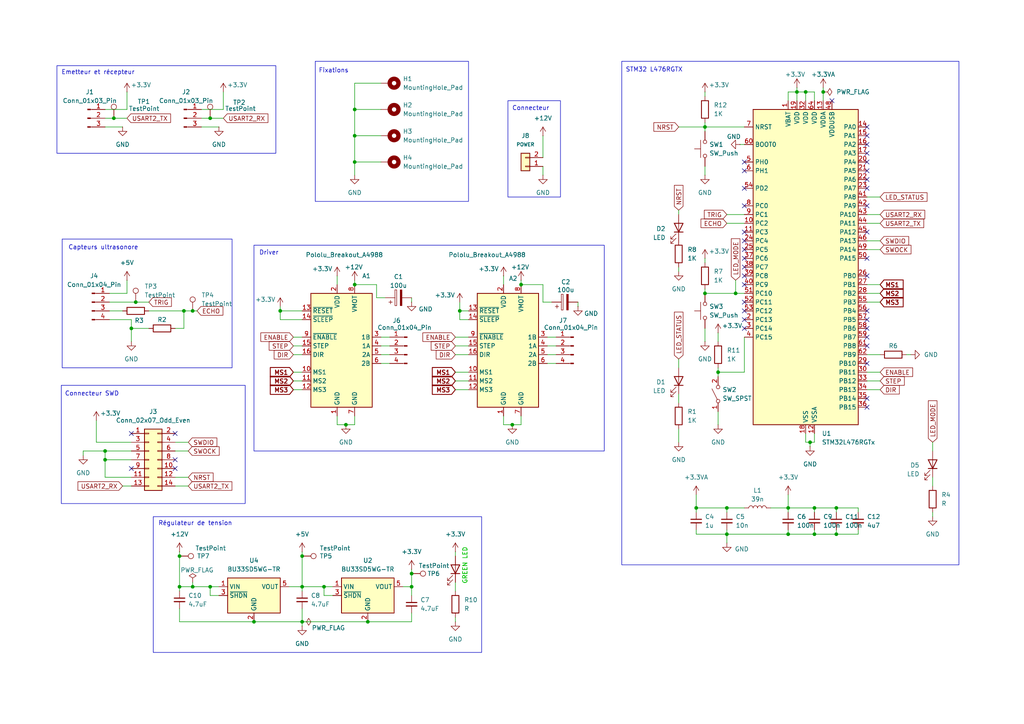
<source format=kicad_sch>
(kicad_sch (version 20250114) (generator "eeschema") (generator_version "9.0")
  (paper "A4")
  (lib_symbols
    (symbol "Connector:Conn_01x03_Pin" (pin_names (offset 1.016) (hide yes))
      (property "Reference" "J" (at 0 5.08 0))
      (property "Value" "Conn_01x03_Pin" (at 0 -5.08 0))
      (symbol "Conn_01x03_Pin_1_1"
        (pin passive line (at 5.08 2.54 180) (length 3.81) (name "Pin_1") (number "1"))
        (pin passive line (at 5.08 0 180) (length 3.81) (name "Pin_2") (number "2"))
        (pin passive line (at 5.08 -2.54 180) (length 3.81) (name "Pin_3") (number "3"))
      )
    )
    (symbol "Connector:Conn_01x04_Pin" (pin_names (offset 1.016) (hide yes))
      (property "Reference" "J" (at 0 5.08 0))
      (property "Value" "Conn_01x04_Pin" (at 0 -7.62 0))
      (symbol "Conn_01x04_Pin_1_1"
        (pin passive line (at 5.08 2.54 180) (length 3.81) (name "Pin_1") (number "1"))
        (pin passive line (at 5.08 0 180) (length 3.81) (name "Pin_2") (number "2"))
        (pin passive line (at 5.08 -2.54 180) (length 3.81) (name "Pin_3") (number "3"))
        (pin passive line (at 5.08 -5.08 180) (length 3.81) (name "Pin_4") (number "4"))
      )
    )
    (symbol "Connector:TestPoint" (pin_numbers (hide yes)) (pin_names (offset 0.762) (hide yes))
      (property "Reference" "TP" (at 0 6.858 0))
      (property "Value" "TestPoint" (at 0 5.08 0))
      (symbol "TestPoint_1_1"
        (pin passive line (at 0 0 90) (length 2.54) (name "1") (number "1"))
      )
    )
    (symbol "Connector_Generic:Conn_01x02" (pin_names (offset 1.016) (hide yes))
      (property "Reference" "J" (at 0 2.54 0))
      (property "Value" "Conn_01x02" (at 0 -5.08 0))
      (symbol "Conn_01x02_1_1"
        (pin passive line (at -5.08 0 0) (length 3.81) (name "Pin_1") (number "1"))
        (pin passive line (at -5.08 -2.54 0) (length 3.81) (name "Pin_2") (number "2"))
      )
    )
    (symbol "Connector_Generic:Conn_02x07_Odd_Even" (pin_names (offset 1.016) (hide yes))
      (property "Reference" "J" (at 1.27 10.16 0))
      (property "Value" "Conn_02x07_Odd_Even" (at 1.27 -10.16 0))
      (symbol "Conn_02x07_Odd_Even_1_1"
        (pin passive line (at -5.08 7.62 0) (length 3.81) (name "Pin_1") (number "1"))
        (pin passive line (at -5.08 5.08 0) (length 3.81) (name "Pin_3") (number "3"))
        (pin passive line (at -5.08 2.54 0) (length 3.81) (name "Pin_5") (number "5"))
        (pin passive line (at -5.08 0 0) (length 3.81) (name "Pin_7") (number "7"))
        (pin passive line (at -5.08 -2.54 0) (length 3.81) (name "Pin_9") (number "9"))
        (pin passive line (at -5.08 -5.08 0) (length 3.81) (name "Pin_11") (number "11"))
        (pin passive line (at -5.08 -7.62 0) (length 3.81) (name "Pin_13") (number "13"))
        (pin passive line (at 7.62 7.62 180) (length 3.81) (name "Pin_2") (number "2"))
        (pin passive line (at 7.62 5.08 180) (length 3.81) (name "Pin_4") (number "4"))
        (pin passive line (at 7.62 2.54 180) (length 3.81) (name "Pin_6") (number "6"))
        (pin passive line (at 7.62 0 180) (length 3.81) (name "Pin_8") (number "8"))
        (pin passive line (at 7.62 -2.54 180) (length 3.81) (name "Pin_10") (number "10"))
        (pin passive line (at 7.62 -5.08 180) (length 3.81) (name "Pin_12") (number "12"))
        (pin passive line (at 7.62 -7.62 180) (length 3.81) (name "Pin_14") (number "14"))
      )
    )
    (symbol "Device:C_Polarized" (pin_numbers (hide yes)) (pin_names (offset 0.254))
      (property "Reference" "C" (at 0.635 2.54 0))
      (property "Value" "C_Polarized" (at 0.635 -2.54 0))
      (symbol "C_Polarized_1_1"
        (pin passive line (at 0 3.81 270) (length 2.794) (name "~") (number "1"))
        (pin passive line (at 0 -3.81 90) (length 2.794) (name "~") (number "2"))
      )
    )
    (symbol "Device:C_Small" (pin_numbers (hide yes)) (pin_names (offset 0.254) (hide yes))
      (property "Reference" "C" (at 0.254 1.778 0))
      (property "Value" "C_Small" (at 0.254 -2.032 0))
      (symbol "C_Small_1_1"
        (pin passive line (at 0 2.54 270) (length 2.032) (name "~") (number "1"))
        (pin passive line (at 0 -2.54 90) (length 2.032) (name "~") (number "2"))
      )
    )
    (symbol "Device:L" (pin_numbers (hide yes)) (pin_names (offset 1.016) (hide yes))
      (property "Reference" "L" (at -1.27 0 90))
      (property "Value" "L" (at 1.905 0 90))
      (symbol "L_1_1"
        (pin passive line (at 0 3.81 270) (length 1.27) (name "1") (number "1"))
        (pin passive line (at 0 -3.81 90) (length 1.27) (name "2") (number "2"))
      )
    )
    (symbol "Device:LED" (pin_numbers (hide yes)) (pin_names (offset 1.016) (hide yes))
      (property "Reference" "D" (at 0 2.54 0))
      (property "Value" "LED" (at 0 -2.54 0))
      (symbol "LED_1_1"
        (pin passive line (at -3.81 0 0) (length 2.54) (name "K") (number "1"))
        (pin passive line (at 3.81 0 180) (length 2.54) (name "A") (number "2"))
      )
    )
    (symbol "Device:R" (pin_numbers (hide yes)) (pin_names (offset 0))
      (property "Reference" "R" (at 2.032 0 90))
      (property "Value" "R" (at 0 0 90))
      (symbol "R_1_1"
        (pin passive line (at 0 3.81 270) (length 1.27) (name "~") (number "1"))
        (pin passive line (at 0 -3.81 90) (length 1.27) (name "~") (number "2"))
      )
    )
    (symbol "Driver_Motor:Pololu_Breakout_A4988"
      (property "Reference" "A" (at -2.54 19.05 0))
      (property "Value" "Pololu_Breakout_A4988" (at -2.54 16.51 0))
      (symbol "Pololu_Breakout_A4988_1_1"
        (pin input line (at -10.16 10.16 0) (length 2.54) (name "~{RESET}") (number "13"))
        (pin input line (at -10.16 7.62 0) (length 2.54) (name "~{SLEEP}") (number "14"))
        (pin input line (at -10.16 2.54 0) (length 2.54) (name "~{ENABLE}") (number "9"))
        (pin input line (at -10.16 0 0) (length 2.54) (name "STEP") (number "15"))
        (pin input line (at -10.16 -2.54 0) (length 2.54) (name "DIR") (number "16"))
        (pin input line (at -10.16 -7.62 0) (length 2.54) (name "MS1") (number "10"))
        (pin input line (at -10.16 -10.16 0) (length 2.54) (name "MS2") (number "11"))
        (pin input line (at -10.16 -12.7 0) (length 2.54) (name "MS3") (number "12"))
        (pin power_in line (at 0 17.78 270) (length 2.54) (name "VDD") (number "2"))
        (pin power_in line (at 0 -20.32 90) (length 2.54) (name "GND") (number "1"))
        (pin power_in line (at 5.08 17.78 270) (length 2.54) (name "VMOT") (number "8"))
        (pin power_in line (at 5.08 -20.32 90) (length 2.54) (name "GND") (number "7"))
        (pin output line (at 12.7 2.54 180) (length 2.54) (name "1B") (number "3"))
        (pin output line (at 12.7 0 180) (length 2.54) (name "1A") (number "4"))
        (pin output line (at 12.7 -2.54 180) (length 2.54) (name "2A") (number "5"))
        (pin output line (at 12.7 -5.08 180) (length 2.54) (name "2B") (number "6"))
      )
    )
    (symbol "MCU_ST_STM32L4:STM32L476RGTx"
      (property "Reference" "U" (at -15.24 46.99 0))
      (property "Value" "STM32L476RGTx" (at 10.16 46.99 0))
      (symbol "STM32L476RGTx_1_1"
        (pin input line (at -17.78 40.64 0) (length 2.54) (name "NRST") (number "7"))
        (pin input line (at -17.78 35.56 0) (length 2.54) (name "BOOT0") (number "60"))
        (pin bidirectional line (at -17.78 30.48 0) (length 2.54) (name "PH0") (number "5"))
        (pin bidirectional line (at -17.78 27.94 0) (length 2.54) (name "PH1") (number "6"))
        (pin bidirectional line (at -17.78 22.86 0) (length 2.54) (name "PD2") (number "54"))
        (pin bidirectional line (at -17.78 17.78 0) (length 2.54) (name "PC0") (number "8"))
        (pin bidirectional line (at -17.78 15.24 0) (length 2.54) (name "PC1") (number "9"))
        (pin bidirectional line (at -17.78 12.7 0) (length 2.54) (name "PC2") (number "10"))
        (pin bidirectional line (at -17.78 10.16 0) (length 2.54) (name "PC3") (number "11"))
        (pin bidirectional line (at -17.78 7.62 0) (length 2.54) (name "PC4") (number "24"))
        (pin bidirectional line (at -17.78 5.08 0) (length 2.54) (name "PC5") (number "25"))
        (pin bidirectional line (at -17.78 2.54 0) (length 2.54) (name "PC6") (number "37"))
        (pin bidirectional line (at -17.78 0 0) (length 2.54) (name "PC7") (number "38"))
        (pin bidirectional line (at -17.78 -2.54 0) (length 2.54) (name "PC8") (number "39"))
        (pin bidirectional line (at -17.78 -5.08 0) (length 2.54) (name "PC9") (number "40"))
        (pin bidirectional line (at -17.78 -7.62 0) (length 2.54) (name "PC10") (number "51"))
        (pin bidirectional line (at -17.78 -10.16 0) (length 2.54) (name "PC11") (number "52"))
        (pin bidirectional line (at -17.78 -12.7 0) (length 2.54) (name "PC12") (number "53"))
        (pin bidirectional line (at -17.78 -15.24 0) (length 2.54) (name "PC13") (number "2"))
        (pin bidirectional line (at -17.78 -17.78 0) (length 2.54) (name "PC14") (number "3"))
        (pin bidirectional line (at -17.78 -20.32 0) (length 2.54) (name "PC15") (number "4"))
        (pin power_in line (at -5.08 48.26 270) (length 2.54) (name "VBAT") (number "1"))
        (pin power_in line (at -2.54 48.26 270) (length 2.54) (name "VDD") (number "19"))
        (pin power_in line (at 0 48.26 270) (length 2.54) (name "VDD") (number "32"))
        (pin power_in line (at 0 -48.26 90) (length 2.54) (name "VSS") (number "18"))
        (pin passive line (at 0 -48.26 90) (length 2.54) (hide yes) (name "VSS") (number "31"))
        (pin passive line (at 0 -48.26 90) (length 2.54) (hide yes) (name "VSS") (number "47"))
        (pin passive line (at 0 -48.26 90) (length 2.54) (hide yes) (name "VSS") (number "63"))
        (pin power_in line (at 2.54 48.26 270) (length 2.54) (name "VDD") (number "64"))
        (pin power_in line (at 2.54 -48.26 90) (length 2.54) (name "VSSA") (number "12"))
        (pin power_in line (at 5.08 48.26 270) (length 2.54) (name "VDDA") (number "13"))
        (pin power_in line (at 7.62 48.26 270) (length 2.54) (name "VDDUSB") (number "48"))
        (pin bidirectional line (at 17.78 40.64 180) (length 2.54) (name "PA0") (number "14"))
        (pin bidirectional line (at 17.78 38.1 180) (length 2.54) (name "PA1") (number "15"))
        (pin bidirectional line (at 17.78 35.56 180) (length 2.54) (name "PA2") (number "16"))
        (pin bidirectional line (at 17.78 33.02 180) (length 2.54) (name "PA3") (number "17"))
        (pin bidirectional line (at 17.78 30.48 180) (length 2.54) (name "PA4") (number "20"))
        (pin bidirectional line (at 17.78 27.94 180) (length 2.54) (name "PA5") (number "21"))
        (pin bidirectional line (at 17.78 25.4 180) (length 2.54) (name "PA6") (number "22"))
        (pin bidirectional line (at 17.78 22.86 180) (length 2.54) (name "PA7") (number "23"))
        (pin bidirectional line (at 17.78 20.32 180) (length 2.54) (name "PA8") (number "41"))
        (pin bidirectional line (at 17.78 17.78 180) (length 2.54) (name "PA9") (number "42"))
        (pin bidirectional line (at 17.78 15.24 180) (length 2.54) (name "PA10") (number "43"))
        (pin bidirectional line (at 17.78 12.7 180) (length 2.54) (name "PA11") (number "44"))
        (pin bidirectional line (at 17.78 10.16 180) (length 2.54) (name "PA12") (number "45"))
        (pin bidirectional line (at 17.78 7.62 180) (length 2.54) (name "PA13") (number "46"))
        (pin bidirectional line (at 17.78 5.08 180) (length 2.54) (name "PA14") (number "49"))
        (pin bidirectional line (at 17.78 2.54 180) (length 2.54) (name "PA15") (number "50"))
        (pin bidirectional line (at 17.78 -2.54 180) (length 2.54) (name "PB0") (number "26"))
        (pin bidirectional line (at 17.78 -5.08 180) (length 2.54) (name "PB1") (number "27"))
        (pin bidirectional line (at 17.78 -7.62 180) (length 2.54) (name "PB2") (number "28"))
        (pin bidirectional line (at 17.78 -10.16 180) (length 2.54) (name "PB3") (number "55"))
        (pin bidirectional line (at 17.78 -12.7 180) (length 2.54) (name "PB4") (number "56"))
        (pin bidirectional line (at 17.78 -15.24 180) (length 2.54) (name "PB5") (number "57"))
        (pin bidirectional line (at 17.78 -17.78 180) (length 2.54) (name "PB6") (number "58"))
        (pin bidirectional line (at 17.78 -20.32 180) (length 2.54) (name "PB7") (number "59"))
        (pin bidirectional line (at 17.78 -22.86 180) (length 2.54) (name "PB8") (number "61"))
        (pin bidirectional line (at 17.78 -25.4 180) (length 2.54) (name "PB9") (number "62"))
        (pin bidirectional line (at 17.78 -27.94 180) (length 2.54) (name "PB10") (number "29"))
        (pin bidirectional line (at 17.78 -30.48 180) (length 2.54) (name "PB11") (number "30"))
        (pin bidirectional line (at 17.78 -33.02 180) (length 2.54) (name "PB12") (number "33"))
        (pin bidirectional line (at 17.78 -35.56 180) (length 2.54) (name "PB13") (number "34"))
        (pin bidirectional line (at 17.78 -38.1 180) (length 2.54) (name "PB14") (number "35"))
        (pin bidirectional line (at 17.78 -40.64 180) (length 2.54) (name "PB15") (number "36"))
      )
    )
    (symbol "Mechanical:MountingHole_Pad" (pin_numbers (hide yes)) (pin_names (offset 1.016) (hide yes)) (in_bom no)
      (property "Reference" "H" (at 0 6.35 0))
      (property "Value" "MountingHole_Pad" (at 0 4.445 0))
      (symbol "MountingHole_Pad_1_1"
        (pin input line (at 0 -2.54 90) (length 2.54) (name "1") (number "1"))
      )
    )
    (symbol "Regulator_Linear:MCP1802x-xx02xOT"
      (property "Reference" "U" (at -6.35 6.35 0))
      (property "Value" "MCP1802x-xx02xOT" (at 0 6.35 0))
      (symbol "MCP1802x-xx02xOT_1_1"
        (pin power_in line (at -10.16 2.54 0) (length 2.54) (name "VIN") (number "1"))
        (pin input line (at -10.16 0 0) (length 2.54) (name "~{SHDN}") (number "3"))
        (pin power_in line (at 0 -7.62 90) (length 2.54) (name "GND") (number "2"))
        (pin no_connect line (at 7.62 0 180) (length 2.54) (hide yes) (name "NC") (number "4"))
        (pin power_out line (at 10.16 2.54 180) (length 2.54) (name "VOUT") (number "5"))
      )
    )
    (symbol "Switch:SW_Push" (pin_numbers (hide yes)) (pin_names (offset 1.016) (hide yes))
      (property "Reference" "SW" (at 1.27 2.54 0))
      (property "Value" "SW_Push" (at 0 -1.524 0))
      (symbol "SW_Push_0_1"
        (pin passive line (at -5.08 0 0) (length 2.54) (name "1") (number "1"))
        (pin passive line (at 5.08 0 180) (length 2.54) (name "2") (number "2"))
      )
    )
    (symbol "Switch:SW_SPST" (pin_names (offset 0) (hide yes))
      (property "Reference" "SW" (at 0 3.175 0))
      (property "Value" "SW_SPST" (at 0 -2.54 0))
      (symbol "SW_SPST_1_1"
        (pin passive line (at -5.08 0 0) (length 2.54) (name "A") (number "1"))
        (pin passive line (at 5.08 0 180) (length 2.54) (name "B") (number "2"))
      )
    )
    (symbol "power:+12V" (power) (pin_numbers (hide yes)) (pin_names (offset 0) (hide yes))
      (property "Value" "+12V" (at 0 3.556 0))
      (symbol "+12V_1_1"
        (pin power_in line (at 0 0 90) (length 0) (name "~") (number "1"))
      )
    )
    (symbol "power:+3.3V" (power) (pin_numbers (hide yes)) (pin_names (offset 0) (hide yes))
      (property "Value" "+3.3V" (at 0 3.556 0))
      (symbol "+3.3V_1_1"
        (pin power_in line (at 0 0 90) (length 0) (name "~") (number "1"))
      )
    )
    (symbol "power:+3.3VA" (power) (pin_numbers (hide yes)) (pin_names (offset 0) (hide yes))
      (property "Value" "+3.3VA" (at 0 3.556 0))
      (symbol "+3.3VA_1_1"
        (pin power_in line (at 0 0 90) (length 0) (name "~") (number "1"))
      )
    )
    (symbol "power:+5V" (power) (pin_numbers (hide yes)) (pin_names (offset 0) (hide yes))
      (property "Value" "+5V" (at 0 3.556 0))
      (symbol "+5V_1_1"
        (pin power_in line (at 0 0 90) (length 0) (name "~") (number "1"))
      )
    )
    (symbol "power:GND" (power) (pin_numbers (hide yes)) (pin_names (offset 0) (hide yes))
      (property "Value" "GND" (at 0 -3.81 0))
      (symbol "GND_1_1"
        (pin power_in line (at 0 0 270) (length 0) (name "~") (number "1"))
      )
    )
    (symbol "power:PWR_FLAG" (power) (pin_numbers (hide yes)) (pin_names (offset 0) (hide yes))
      (property "Value" "PWR_FLAG" (at 0 3.81 0))
      (symbol "PWR_FLAG_0_0"
        (pin power_out line (at 0 0 90) (length 0) (name "~") (number "1"))
      )
    )
  )
  (rectangle (start 91.44 17.78) (end 135.89 58.42))
  (rectangle (start 180.34 17.78) (end 278.13 163.83))
  (rectangle (start 17.78 111.76) (end 71.12 146.05))
  (rectangle (start 44.45 149.86) (end 139.7 189.23))
  (rectangle (start 147.32 29.21) (end 162.56 57.15))
  (rectangle (start 18.034 69.342) (end 67.31 106.68))
  (rectangle (start 16.51 19.05) (end 80.01 44.45))
  (rectangle (start 73.66 71.12) (end 175.26 130.81))
  (text "Capteurs ultrasonore" (at 29.972 71.882 0) (effects (font (size 1.27 1.27))))
  (text "STM32 L476RGTX" (at 189.738 20.32 0) (effects (font (size 1.27 1.27))))
  (text "Fixations" (at 96.774 20.574 0) (effects (font (size 1.27 1.27))))
  (text "Régulateur de tension" (at 56.642 151.892 0) (effects (font (size 1.27 1.27))))
  (text "Connecteur " (at 154.432 31.496 0) (effects (font (size 1.27 1.27))))
  (text "Connecteur SWD" (at 26.67 114.3 0) (effects (font (size 1.27 1.27))))
  (text "Driver " (at 78.486 73.406 0) (effects (font (size 1.27 1.27))))
  (text "Emetteur et récepteur" (at 28.448 21.082 0) (effects (font (size 1.27 1.27))))
  (junction (at 73.66 180.34))
  (junction (at 151.13 82.55))
  (junction (at 210.82 154.94))
  (junction (at 210.82 147.32))
  (junction (at 30.48 130.81))
  (junction (at 204.47 85.09))
  (junction (at 236.22 154.94))
  (junction (at 119.38 170.18))
  (junction (at 233.68 26.67))
  (junction (at 33.02 34.29))
  (junction (at 52.07 170.18))
  (junction (at 236.22 147.32))
  (junction (at 238.76 26.67))
  (junction (at 55.88 90.17))
  (junction (at 60.96 34.29))
  (junction (at 201.93 147.32))
  (junction (at 87.63 161.29))
  (junction (at 208.28 107.95))
  (junction (at 52.07 161.29))
  (junction (at 53.34 90.17))
  (junction (at 102.87 31.75))
  (junction (at 102.87 46.99))
  (junction (at 93.98 170.18))
  (junction (at 228.6 147.32))
  (junction (at 242.57 147.32))
  (junction (at 38.1 95.25))
  (junction (at 87.63 180.34))
  (junction (at 30.48 133.35))
  (junction (at 55.88 170.18))
  (junction (at 231.14 26.67))
  (junction (at 39.37 87.63))
  (junction (at 242.57 154.94))
  (junction (at 204.47 36.83))
  (junction (at 81.28 90.17))
  (junction (at 106.68 180.34))
  (junction (at 213.36 85.09))
  (junction (at 148.59 123.19))
  (junction (at 228.6 154.94))
  (junction (at 234.95 128.27))
  (junction (at 102.87 39.37))
  (junction (at 133.35 90.17))
  (junction (at 60.96 170.18))
  (junction (at 87.63 170.18))
  (junction (at 119.38 166.37))
  (junction (at 102.87 82.55))
  (junction (at 100.33 123.19))
  (no_connect (at 251.46 44.45))
  (no_connect (at 215.9 92.71))
  (no_connect (at 215.9 82.55))
  (no_connect (at 50.8 135.89))
  (no_connect (at 215.9 95.25))
  (no_connect (at 251.46 80.01))
  (no_connect (at 215.9 90.17))
  (no_connect (at 215.9 74.93))
  (no_connect (at 251.46 67.31))
  (no_connect (at 251.46 39.37))
  (no_connect (at 215.9 87.63))
  (no_connect (at 251.46 52.07))
  (no_connect (at 215.9 67.31))
  (no_connect (at 251.46 97.79))
  (no_connect (at 251.46 118.11))
  (no_connect (at 251.46 54.61))
  (no_connect (at 215.9 54.61))
  (no_connect (at 251.46 92.71))
  (no_connect (at 215.9 59.69))
  (no_connect (at 215.9 46.99))
  (no_connect (at 215.9 77.47))
  (no_connect (at 251.46 46.99))
  (no_connect (at 215.9 69.85))
  (no_connect (at 38.1 125.73))
  (no_connect (at 251.46 36.83))
  (no_connect (at 251.46 100.33))
  (no_connect (at 251.46 105.41))
  (no_connect (at 251.46 115.57))
  (no_connect (at 251.46 41.91))
  (no_connect (at 251.46 95.25))
  (no_connect (at 215.9 72.39))
  (no_connect (at 251.46 49.53))
  (no_connect (at 215.9 80.01))
  (no_connect (at 251.46 74.93))
  (no_connect (at 251.46 90.17))
  (no_connect (at 215.9 49.53))
  (no_connect (at 251.46 59.69))
  (no_connect (at 50.8 133.35))
  (no_connect (at 50.8 125.73))
  (no_connect (at 241.3 29.21))
  (no_connect (at 38.1 135.89))
  (wire (pts (xy 251.46 107.95) (xy 255.27 107.95)))
  (wire (pts (xy 119.38 165.1) (xy 119.38 166.37)))
  (wire (pts (xy 157.48 48.26) (xy 157.48 50.8)))
  (wire (pts (xy 251.46 72.39) (xy 255.27 72.39)))
  (wire (pts (xy 196.85 36.83) (xy 204.47 36.83)))
  (wire (pts (xy 87.63 160.02) (xy 87.63 161.29)))
  (wire (pts (xy 213.36 85.09) (xy 215.9 85.09)))
  (wire (pts (xy 201.93 153.67) (xy 201.93 154.94)))
  (wire (pts (xy 132.08 102.87) (xy 135.89 102.87)))
  (wire (pts (xy 39.37 87.63) (xy 31.75 87.63)))
  (wire (pts (xy 60.96 34.29) (xy 64.77 34.29)))
  (wire (pts (xy 55.88 168.91) (xy 55.88 170.18)))
  (wire (pts (xy 110.49 97.79) (xy 113.03 97.79)))
  (wire (pts (xy 228.6 29.21) (xy 228.6 26.67)))
  (wire (pts (xy 30.48 34.29) (xy 33.02 34.29)))
  (wire (pts (xy 204.47 85.09) (xy 213.36 85.09)))
  (wire (pts (xy 35.56 140.97) (xy 38.1 140.97)))
  (wire (pts (xy 151.13 81.28) (xy 151.13 82.55)))
  (wire (pts (xy 204.47 83.82) (xy 204.47 85.09)))
  (wire (pts (xy 38.1 95.25) (xy 38.1 99.06)))
  (wire (pts (xy 236.22 147.32) (xy 236.22 148.59)))
  (wire (pts (xy 81.28 88.9) (xy 81.28 90.17)))
  (wire (pts (xy 87.63 170.18) (xy 93.98 170.18)))
  (wire (pts (xy 81.28 92.71) (xy 81.28 90.17)))
  (wire (pts (xy 38.1 92.71) (xy 38.1 95.25)))
  (wire (pts (xy 228.6 153.67) (xy 228.6 154.94)))
  (wire (pts (xy 53.34 95.25) (xy 53.34 90.17)))
  (wire (pts (xy 64.77 31.75) (xy 64.77 26.67)))
  (wire (pts (xy 52.07 180.34) (xy 73.66 180.34)))
  (wire (pts (xy 146.05 123.19) (xy 148.59 123.19)))
  (wire (pts (xy 204.47 36.83) (xy 204.47 38.1)))
  (wire (pts (xy 110.49 31.75) (xy 102.87 31.75)))
  (wire (pts (xy 102.87 81.28) (xy 102.87 82.55)))
  (wire (pts (xy 97.79 120.65) (xy 97.79 123.19)))
  (wire (pts (xy 228.6 147.32) (xy 236.22 147.32)))
  (wire (pts (xy 135.89 90.17) (xy 133.35 90.17)))
  (wire (pts (xy 236.22 153.67) (xy 236.22 154.94)))
  (wire (pts (xy 63.5 172.72) (xy 60.96 172.72)))
  (wire (pts (xy 43.18 90.17) (xy 53.34 90.17)))
  (wire (pts (xy 251.46 102.87) (xy 255.27 102.87)))
  (wire (pts (xy 231.14 26.67) (xy 231.14 29.21)))
  (wire (pts (xy 119.38 166.37) (xy 119.38 170.18)))
  (wire (pts (xy 233.68 29.21) (xy 233.68 26.67)))
  (wire (pts (xy 215.9 147.32) (xy 210.82 147.32)))
  (wire (pts (xy 201.93 143.51) (xy 201.93 147.32)))
  (wire (pts (xy 158.75 97.79) (xy 161.29 97.79)))
  (wire (pts (xy 81.28 90.17) (xy 87.63 90.17)))
  (wire (pts (xy 38.1 138.43) (xy 30.48 138.43)))
  (wire (pts (xy 210.82 64.77) (xy 215.9 64.77)))
  (wire (pts (xy 43.18 87.63) (xy 39.37 87.63)))
  (wire (pts (xy 102.87 123.19) (xy 100.33 123.19)))
  (wire (pts (xy 251.46 62.23) (xy 255.27 62.23)))
  (wire (pts (xy 58.42 31.75) (xy 64.77 31.75)))
  (wire (pts (xy 234.95 128.27) (xy 236.22 128.27)))
  (wire (pts (xy 97.79 123.19) (xy 100.33 123.19)))
  (wire (pts (xy 242.57 147.32) (xy 242.57 148.59)))
  (wire (pts (xy 116.84 170.18) (xy 119.38 170.18)))
  (wire (pts (xy 251.46 69.85) (xy 255.27 69.85)))
  (wire (pts (xy 132.08 179.07) (xy 132.08 180.34)))
  (wire (pts (xy 87.63 92.71) (xy 81.28 92.71)))
  (wire (pts (xy 50.8 140.97) (xy 54.61 140.97)))
  (wire (pts (xy 251.46 113.03) (xy 255.27 113.03)))
  (wire (pts (xy 208.28 107.95) (xy 208.28 109.22)))
  (wire (pts (xy 251.46 57.15) (xy 255.27 57.15)))
  (wire (pts (xy 50.8 130.81) (xy 54.61 130.81)))
  (wire (pts (xy 228.6 147.32) (xy 228.6 148.59)))
  (wire (pts (xy 36.83 31.75) (xy 30.48 31.75)))
  (wire (pts (xy 248.92 153.67) (xy 248.92 154.94)))
  (wire (pts (xy 210.82 153.67) (xy 210.82 154.94)))
  (wire (pts (xy 204.47 35.56) (xy 204.47 36.83)))
  (wire (pts (xy 196.85 124.46) (xy 196.85 128.27)))
  (wire (pts (xy 36.83 26.67) (xy 36.83 31.75)))
  (wire (pts (xy 251.46 85.09) (xy 255.27 85.09)))
  (wire (pts (xy 167.64 87.63) (xy 167.64 88.9)))
  (wire (pts (xy 96.52 172.72) (xy 93.98 172.72)))
  (wire (pts (xy 214.63 41.91) (xy 215.9 41.91)))
  (wire (pts (xy 110.49 105.41) (xy 113.03 105.41)))
  (wire (pts (xy 93.98 172.72) (xy 93.98 170.18)))
  (wire (pts (xy 36.83 81.28) (xy 36.83 85.09)))
  (wire (pts (xy 97.79 80.01) (xy 97.79 82.55)))
  (wire (pts (xy 52.07 161.29) (xy 52.07 170.18)))
  (wire (pts (xy 102.87 24.13) (xy 102.87 31.75)))
  (wire (pts (xy 87.63 161.29) (xy 87.63 170.18)))
  (wire (pts (xy 36.83 85.09) (xy 31.75 85.09)))
  (wire (pts (xy 132.08 110.49) (xy 135.89 110.49)))
  (wire (pts (xy 248.92 147.32) (xy 248.92 148.59)))
  (wire (pts (xy 50.8 128.27) (xy 54.61 128.27)))
  (wire (pts (xy 85.09 100.33) (xy 87.63 100.33)))
  (wire (pts (xy 102.87 46.99) (xy 110.49 46.99)))
  (wire (pts (xy 146.05 80.01) (xy 146.05 82.55)))
  (wire (pts (xy 110.49 24.13) (xy 102.87 24.13)))
  (wire (pts (xy 132.08 97.79) (xy 135.89 97.79)))
  (wire (pts (xy 27.94 128.27) (xy 27.94 121.92)))
  (wire (pts (xy 85.09 97.79) (xy 87.63 97.79)))
  (wire (pts (xy 204.47 74.93) (xy 204.47 76.2)))
  (wire (pts (xy 52.07 170.18) (xy 52.07 171.45)))
  (wire (pts (xy 60.96 172.72) (xy 60.96 170.18)))
  (wire (pts (xy 109.22 86.36) (xy 109.22 82.55)))
  (wire (pts (xy 213.36 81.28) (xy 213.36 85.09)))
  (wire (pts (xy 102.87 39.37) (xy 102.87 46.99)))
  (wire (pts (xy 52.07 160.02) (xy 52.07 161.29)))
  (wire (pts (xy 135.89 92.71) (xy 133.35 92.71)))
  (wire (pts (xy 270.51 148.59) (xy 270.51 149.86)))
  (wire (pts (xy 210.82 147.32) (xy 210.82 148.59)))
  (wire (pts (xy 228.6 154.94) (xy 236.22 154.94)))
  (wire (pts (xy 233.68 128.27) (xy 234.95 128.27)))
  (wire (pts (xy 208.28 106.68) (xy 208.28 107.95)))
  (wire (pts (xy 55.88 170.18) (xy 60.96 170.18)))
  (wire (pts (xy 119.38 87.63) (xy 119.38 86.36)))
  (wire (pts (xy 87.63 176.53) (xy 87.63 180.34)))
  (wire (pts (xy 215.9 97.79) (xy 215.9 107.95)))
  (wire (pts (xy 236.22 29.21) (xy 236.22 26.67)))
  (wire (pts (xy 204.47 26.67) (xy 204.47 27.94)))
  (wire (pts (xy 132.08 100.33) (xy 135.89 100.33)))
  (wire (pts (xy 50.8 138.43) (xy 54.61 138.43)))
  (wire (pts (xy 133.35 90.17) (xy 133.35 87.63)))
  (wire (pts (xy 151.13 120.65) (xy 151.13 123.19)))
  (wire (pts (xy 93.98 170.18) (xy 96.52 170.18)))
  (wire (pts (xy 30.48 133.35) (xy 30.48 130.81)))
  (wire (pts (xy 158.75 102.87) (xy 161.29 102.87)))
  (wire (pts (xy 50.8 95.25) (xy 53.34 95.25)))
  (wire (pts (xy 52.07 176.53) (xy 52.07 180.34)))
  (wire (pts (xy 87.63 180.34) (xy 87.63 181.61)))
  (wire (pts (xy 157.48 39.37) (xy 157.48 45.72)))
  (wire (pts (xy 58.42 34.29) (xy 60.96 34.29)))
  (wire (pts (xy 102.87 120.65) (xy 102.87 123.19)))
  (wire (pts (xy 102.87 31.75) (xy 102.87 39.37)))
  (wire (pts (xy 106.68 180.34) (xy 119.38 180.34)))
  (wire (pts (xy 85.09 113.03) (xy 87.63 113.03)))
  (wire (pts (xy 231.14 25.4) (xy 231.14 26.67)))
  (wire (pts (xy 132.08 160.02) (xy 132.08 161.29)))
  (wire (pts (xy 248.92 154.94) (xy 242.57 154.94)))
  (wire (pts (xy 208.28 96.52) (xy 208.28 99.06)))
  (wire (pts (xy 60.96 170.18) (xy 63.5 170.18)))
  (wire (pts (xy 151.13 123.19) (xy 148.59 123.19)))
  (wire (pts (xy 196.85 77.47) (xy 196.85 78.74)))
  (wire (pts (xy 231.14 26.67) (xy 233.68 26.67)))
  (wire (pts (xy 210.82 147.32) (xy 201.93 147.32)))
  (wire (pts (xy 160.02 87.63) (xy 157.48 87.63)))
  (wire (pts (xy 38.1 130.81) (xy 30.48 130.81)))
  (wire (pts (xy 58.42 36.83) (xy 63.5 36.83)))
  (wire (pts (xy 132.08 113.03) (xy 135.89 113.03)))
  (wire (pts (xy 85.09 110.49) (xy 87.63 110.49)))
  (wire (pts (xy 251.46 87.63) (xy 255.27 87.63)))
  (wire (pts (xy 236.22 125.73) (xy 236.22 128.27)))
  (wire (pts (xy 208.28 119.38) (xy 208.28 123.19)))
  (wire (pts (xy 83.82 170.18) (xy 87.63 170.18)))
  (wire (pts (xy 262.89 102.87) (xy 264.16 102.87)))
  (wire (pts (xy 270.51 128.27) (xy 270.51 130.81)))
  (wire (pts (xy 38.1 128.27) (xy 27.94 128.27)))
  (wire (pts (xy 30.48 36.83) (xy 35.56 36.83)))
  (wire (pts (xy 85.09 102.87) (xy 87.63 102.87)))
  (wire (pts (xy 238.76 25.4) (xy 238.76 26.67)))
  (wire (pts (xy 87.63 180.34) (xy 106.68 180.34)))
  (wire (pts (xy 238.76 26.67) (xy 238.76 29.21)))
  (wire (pts (xy 30.48 138.43) (xy 30.48 133.35)))
  (wire (pts (xy 87.63 170.18) (xy 87.63 171.45)))
  (wire (pts (xy 132.08 107.95) (xy 135.89 107.95)))
  (wire (pts (xy 210.82 154.94) (xy 201.93 154.94)))
  (wire (pts (xy 109.22 82.55) (xy 102.87 82.55)))
  (wire (pts (xy 133.35 92.71) (xy 133.35 90.17)))
  (wire (pts (xy 111.76 86.36) (xy 109.22 86.36)))
  (wire (pts (xy 234.95 128.27) (xy 234.95 129.54)))
  (wire (pts (xy 119.38 177.8) (xy 119.38 180.34)))
  (wire (pts (xy 73.66 180.34) (xy 87.63 180.34)))
  (wire (pts (xy 210.82 62.23) (xy 215.9 62.23)))
  (wire (pts (xy 228.6 26.67) (xy 231.14 26.67)))
  (wire (pts (xy 31.75 92.71) (xy 38.1 92.71)))
  (wire (pts (xy 55.88 90.17) (xy 57.15 90.17)))
  (wire (pts (xy 102.87 46.99) (xy 102.87 50.8)))
  (wire (pts (xy 210.82 154.94) (xy 210.82 157.48)))
  (wire (pts (xy 251.46 64.77) (xy 255.27 64.77)))
  (wire (pts (xy 236.22 154.94) (xy 242.57 154.94)))
  (wire (pts (xy 251.46 82.55) (xy 255.27 82.55)))
  (wire (pts (xy 201.93 147.32) (xy 201.93 148.59)))
  (wire (pts (xy 146.05 120.65) (xy 146.05 123.19)))
  (wire (pts (xy 52.07 170.18) (xy 55.88 170.18)))
  (wire (pts (xy 157.48 87.63) (xy 157.48 82.55)))
  (wire (pts (xy 110.49 39.37) (xy 102.87 39.37)))
  (wire (pts (xy 242.57 147.32) (xy 248.92 147.32)))
  (wire (pts (xy 208.28 107.95) (xy 215.9 107.95)))
  (wire (pts (xy 204.47 48.26) (xy 204.47 50.8)))
  (wire (pts (xy 33.02 34.29) (xy 36.83 34.29)))
  (wire (pts (xy 196.85 104.14) (xy 196.85 106.68)))
  (wire (pts (xy 53.34 90.17) (xy 55.88 90.17)))
  (wire (pts (xy 31.75 90.17) (xy 35.56 90.17)))
  (wire (pts (xy 236.22 147.32) (xy 242.57 147.32)))
  (wire (pts (xy 242.57 154.94) (xy 242.57 153.67)))
  (wire (pts (xy 132.08 168.91) (xy 132.08 171.45)))
  (wire (pts (xy 251.46 110.49) (xy 255.27 110.49)))
  (wire (pts (xy 204.47 95.25) (xy 204.47 99.06)))
  (wire (pts (xy 223.52 147.32) (xy 228.6 147.32)))
  (wire (pts (xy 110.49 102.87) (xy 113.03 102.87)))
  (wire (pts (xy 228.6 143.51) (xy 228.6 147.32)))
  (wire (pts (xy 38.1 95.25) (xy 43.18 95.25)))
  (wire (pts (xy 157.48 82.55) (xy 151.13 82.55)))
  (wire (pts (xy 270.51 138.43) (xy 270.51 140.97)))
  (wire (pts (xy 38.1 133.35) (xy 30.48 133.35)))
  (wire (pts (xy 24.13 132.08) (xy 24.13 130.81)))
  (wire (pts (xy 110.49 100.33) (xy 113.03 100.33)))
  (wire (pts (xy 204.47 36.83) (xy 215.9 36.83)))
  (wire (pts (xy 233.68 26.67) (xy 236.22 26.67)))
  (wire (pts (xy 158.75 105.41) (xy 161.29 105.41)))
  (wire (pts (xy 210.82 154.94) (xy 228.6 154.94)))
  (wire (pts (xy 24.13 130.81) (xy 30.48 130.81)))
  (wire (pts (xy 85.09 107.95) (xy 87.63 107.95)))
  (wire (pts (xy 233.68 125.73) (xy 233.68 128.27)))
  (wire (pts (xy 119.38 170.18) (xy 119.38 172.72)))
  (wire (pts (xy 196.85 60.96) (xy 196.85 62.23)))
  (wire (pts (xy 196.85 114.3) (xy 196.85 116.84)))
  (wire (pts (xy 158.75 100.33) (xy 161.29 100.33)))
  (global_label "SWOCK" (shape input) (at 54.61 130.81 0) (property "Intersheetrefs" "${INTERSHEET_REFS}" (effects (hide yes))))
  (global_label "STEP" (shape input) (at 85.09 100.33 180) (property "Intersheetrefs" "${INTERSHEET_REFS}" (effects (hide yes))))
  (global_label "NRST" (shape input) (at 196.85 60.96 90) (property "Intersheetrefs" "${INTERSHEET_REFS}" (effects (hide yes))))
  (global_label "USART2_RX" (shape input) (at 64.77 34.29 0) (property "Intersheetrefs" "${INTERSHEET_REFS}" (effects (hide yes))))
  (global_label "MS2" (shape input) (at 132.08 110.49 180) (effects (font (thickness 0.254) (bold yes))) (property "Intersheetrefs" "${INTERSHEET_REFS}" (effects (hide yes))))
  (global_label "ENABLE" (shape input) (at 255.27 107.95 0) (property "Intersheetrefs" "${INTERSHEET_REFS}" (effects (hide yes))))
  (global_label "DIR" (shape input) (at 255.27 113.03 0) (property "Intersheetrefs" "${INTERSHEET_REFS}" (effects (hide yes))))
  (global_label "DIR" (shape input) (at 132.08 102.87 180) (property "Intersheetrefs" "${INTERSHEET_REFS}" (effects (hide yes))))
  (global_label "LED_STATUS" (shape input) (at 196.85 104.14 90) (property "Intersheetrefs" "${INTERSHEET_REFS}" (effects (hide yes))))
  (global_label "ECHO" (shape input) (at 210.82 64.77 180) (property "Intersheetrefs" "${INTERSHEET_REFS}" (effects (hide yes))))
  (global_label "USART2_TX" (shape input) (at 36.83 34.29 0) (property "Intersheetrefs" "${INTERSHEET_REFS}" (effects (hide yes))))
  (global_label "MS1" (shape input) (at 85.09 107.95 180) (effects (font (thickness 0.254) (bold yes))) (property "Intersheetrefs" "${INTERSHEET_REFS}" (effects (hide yes))))
  (global_label "MS3" (shape input) (at 132.08 113.03 180) (effects (font (thickness 0.254) (bold yes))) (property "Intersheetrefs" "${INTERSHEET_REFS}" (effects (hide yes))))
  (global_label "USART2_TX" (shape input) (at 54.61 140.97 0) (property "Intersheetrefs" "${INTERSHEET_REFS}" (effects (hide yes))))
  (global_label "ENABLE" (shape input) (at 132.08 97.79 180) (property "Intersheetrefs" "${INTERSHEET_REFS}" (effects (hide yes))))
  (global_label "MS3" (shape input) (at 85.09 113.03 180) (effects (font (thickness 0.254) (bold yes))) (property "Intersheetrefs" "${INTERSHEET_REFS}" (effects (hide yes))))
  (global_label "ENABLE" (shape input) (at 85.09 97.79 180) (property "Intersheetrefs" "${INTERSHEET_REFS}" (effects (hide yes))))
  (global_label "SWDIO" (shape input) (at 54.61 128.27 0) (property "Intersheetrefs" "${INTERSHEET_REFS}" (effects (hide yes))))
  (global_label "MS1" (shape input) (at 255.27 82.55 0) (effects (font (thickness 0.254) (bold yes))) (property "Intersheetrefs" "${INTERSHEET_REFS}" (effects (hide yes))))
  (global_label "LED_MODE" (shape input) (at 213.36 81.28 90) (property "Intersheetrefs" "${INTERSHEET_REFS}" (effects (hide yes))))
  (global_label "NRST" (shape input) (at 54.61 138.43 0) (property "Intersheetrefs" "${INTERSHEET_REFS}" (effects (hide yes))))
  (global_label "USART2_TX" (shape input) (at 255.27 64.77 0) (property "Intersheetrefs" "${INTERSHEET_REFS}" (effects (hide yes))))
  (global_label "LED_STATUS" (shape input) (at 255.27 57.15 0) (property "Intersheetrefs" "${INTERSHEET_REFS}" (effects (hide yes))))
  (global_label "SWOCK" (shape input) (at 255.27 72.39 0) (property "Intersheetrefs" "${INTERSHEET_REFS}" (effects (hide yes))))
  (global_label "SWDIO" (shape input) (at 255.27 69.85 0) (property "Intersheetrefs" "${INTERSHEET_REFS}" (effects (hide yes))))
  (global_label "ECHO" (shape input) (at 57.15 90.17 0) (property "Intersheetrefs" "${INTERSHEET_REFS}" (effects (hide yes))))
  (global_label "STEP" (shape input) (at 132.08 100.33 180) (property "Intersheetrefs" "${INTERSHEET_REFS}" (effects (hide yes))))
  (global_label "USART2_RX" (shape input) (at 255.27 62.23 0) (property "Intersheetrefs" "${INTERSHEET_REFS}" (effects (hide yes))))
  (global_label "TRIG" (shape input) (at 43.18 87.63 0) (property "Intersheetrefs" "${INTERSHEET_REFS}" (effects (hide yes))))
  (global_label "LED_MODE" (shape input) (at 270.51 128.27 90) (property "Intersheetrefs" "${INTERSHEET_REFS}" (effects (hide yes))))
  (global_label "MS1" (shape input) (at 132.08 107.95 180) (effects (font (thickness 0.254) (bold yes))) (property "Intersheetrefs" "${INTERSHEET_REFS}" (effects (hide yes))))
  (global_label "NRST" (shape input) (at 196.85 36.83 180) (property "Intersheetrefs" "${INTERSHEET_REFS}" (effects (hide yes))))
  (global_label "TRIG" (shape input) (at 210.82 62.23 180) (property "Intersheetrefs" "${INTERSHEET_REFS}" (effects (hide yes))))
  (global_label "MS2" (shape input) (at 85.09 110.49 180) (effects (font (thickness 0.254) (bold yes))) (property "Intersheetrefs" "${INTERSHEET_REFS}" (effects (hide yes))))
  (global_label "MS3" (shape input) (at 255.27 87.63 0) (effects (font (thickness 0.254) (bold yes))) (property "Intersheetrefs" "${INTERSHEET_REFS}" (effects (hide yes))))
  (global_label "MS2" (shape input) (at 255.27 85.09 0) (effects (font (thickness 0.254) (bold yes))) (property "Intersheetrefs" "${INTERSHEET_REFS}" (effects (hide yes))))
  (global_label "STEP" (shape input) (at 255.27 110.49 0) (property "Intersheetrefs" "${INTERSHEET_REFS}" (effects (hide yes))))
  (global_label "DIR" (shape input) (at 85.09 102.87 180) (property "Intersheetrefs" "${INTERSHEET_REFS}" (effects (hide yes))))
  (global_label "USART2_RX" (shape input) (at 35.56 140.97 180) (property "Intersheetrefs" "${INTERSHEET_REFS}" (effects (hide yes))))
  (symbol (lib_id "Device:C_Small") (at 236.22 151.13 0) (unit 1)
    (property "Reference" "C9" (at 238.76 149.8662 0) (effects (justify left)))
    (property "Value" "100n" (at 238.76 152.4062 0) (effects (justify left)))
    (property "Footprint" "Capacitor_SMD:C_1206_3216Metric_Pad1.33x1.80mm_HandSolder" (effects (hide yes)))
    (property "Description" "Unpolarized capacitor, small symbol" (effects (hide yes)))
  )
  (symbol (lib_id "Device:R") (at 132.08 175.26 0) (unit 1)
    (property "Reference" "R10" (at 134.62 173.9899 0) (effects (justify left)))
    (property "Value" "R" (at 134.62 176.5299 0) (effects (justify left)))
    (property "Footprint" "Resistor_SMD:R_0603_1608Metric_Pad0.98x0.95mm_HandSolder" (effects (hide yes)))
    (property "Description" "Resistor" (effects (hide yes)))
  )
  (symbol (lib_id "power:GND") (at 132.08 180.34 0) (unit 1)
    (property "Reference" "#PWR041" (effects (hide yes)))
    (property "Value" "GND" (at 132.08 185.42 0))
    (property "Description" "Power symbol creates a global label with name \"GND\" , ground" (effects (hide yes)))
  )
  (symbol (lib_id "Switch:SW_Push") (at 204.47 43.18 90) (unit 1)
    (property "Reference" "SW1" (at 205.74 41.9099 90) (effects (justify right)))
    (property "Value" "SW_Push" (at 205.74 44.4499 90) (effects (justify right)))
    (property "Footprint" "Button_Switch_SMD:SW_Push_1P1T_NO_CK_KMR2" (effects (hide yes)))
    (property "Description" "Push button switch, generic, two pins" (effects (hide yes)))
  )
  (symbol (lib_id "power:GND") (at 148.59 123.19 0) (unit 1)
    (property "Reference" "#PWR055" (effects (hide yes)))
    (property "Value" "GND" (at 148.59 128.27 0))
    (property "Description" "Power symbol creates a global label with name \"GND\" , ground" (effects (hide yes)))
  )
  (symbol (lib_id "power:GND") (at 157.48 50.8 0) (unit 1)
    (property "Reference" "#PWR043" (effects (hide yes)))
    (property "Value" "GND" (at 157.48 55.88 0))
    (property "Description" "Power symbol creates a global label with name \"GND\" , ground" (effects (hide yes)))
  )
  (symbol (lib_id "power:GND") (at 119.38 87.63 0) (unit 1)
    (property "Reference" "#PWR058" (effects (hide yes)))
    (property "Value" "GND" (at 123.444 89.662 0))
    (property "Description" "Power symbol creates a global label with name \"GND\" , ground" (effects (hide yes)))
  )
  (symbol (lib_id "power:PWR_FLAG") (at 87.63 180.34 270) (unit 1)
    (property "Reference" "#FLG05" (effects (hide yes)))
    (property "Value" "PWR_FLAG" (at 90.424 182.118 90) (effects (justify left)))
    (property "Description" "Special symbol for telling ERC where power comes from" (effects (hide yes)))
  )
  (symbol (lib_id "power:PWR_FLAG") (at 55.88 168.91 0) (unit 1)
    (property "Reference" "#FLG04" (effects (hide yes)))
    (property "Value" "PWR_FLAG" (at 57.15 165.354 0))
    (property "Description" "Special symbol for telling ERC where power comes from" (effects (hide yes)))
  )
  (symbol (lib_id "power:GND") (at 38.1 99.06 0) (unit 1)
    (property "Reference" "#PWR053" (effects (hide yes)))
    (property "Value" "GND" (at 38.1 104.14 0))
    (property "Description" "Power symbol creates a global label with name \"GND\" , ground" (effects (hide yes)))
  )
  (symbol (lib_id "Device:R") (at 259.08 102.87 90) (unit 1)
    (property "Reference" "R6" (at 259.08 100.33 90))
    (property "Value" "1K" (effects (hide yes)))
    (property "Footprint" "Resistor_SMD:R_0603_1608Metric_Pad0.98x0.95mm_HandSolder" (effects (hide yes)))
    (property "Description" "Resistor" (effects (hide yes)))
  )
  (symbol (lib_id "power:+12V") (at 151.13 81.28 0) (unit 1)
    (property "Reference" "#PWR021" (effects (hide yes)))
    (property "Value" "+12V" (at 150.876 77.47 0))
    (property "Description" "Power symbol creates a global label with name \"+12V\"" (effects (hide yes)))
  )
  (symbol (lib_id "power:+3.3V") (at 204.47 26.67 0) (unit 1)
    (property "Reference" "#PWR036" (effects (hide yes)))
    (property "Value" "+3.3V" (at 208.534 24.638 0))
    (property "Description" "Power symbol creates a global label with name \"+3.3V\"" (effects (hide yes)))
  )
  (symbol (lib_id "Device:C_Small") (at 119.38 175.26 0) (unit 1)
    (property "Reference" "C7" (at 121.92 173.9962 0) (effects (justify left)))
    (property "Value" "4.7uF" (at 121.92 176.5362 0) (effects (justify left)))
    (property "Footprint" "Capacitor_SMD:C_1206_3216Metric_Pad1.33x1.80mm_HandSolder" (effects (hide yes)))
    (property "Description" "Unpolarized capacitor, small symbol" (effects (hide yes)))
  )
  (symbol (lib_id "Driver_Motor:Pololu_Breakout_A4988") (at 97.79 100.33 0) (unit 1)
    (property "Reference" "A1" (at 105.0133 80.01 0) (effects (justify left)))
    (property "Value" "Pololu_Breakout_A4988" (at 88.646 73.914 0) (effects (justify left)))
    (property "Footprint" "Module:Pololu_Breakout-16_15.2x20.3mm" (effects (hide yes)))
    (property "Datasheet" "https://www.pololu.com/product/2980/pictures" (effects (hide yes)))
    (property "Description" "Pololu Breakout Board, Stepper Driver A4988" (effects (hide yes)))
  )
  (symbol (lib_id "power:GND") (at 264.16 102.87 90) (unit 1)
    (property "Reference" "#PWR059" (effects (hide yes)))
    (property "Value" "GND" (at 267.97 102.8699 90) (effects (justify right)))
    (property "Description" "Power symbol creates a global label with name \"GND\" , ground" (effects (hide yes)))
  )
  (symbol (lib_id "power:+3.3V") (at 228.6 143.51 0) (unit 1)
    (property "Reference" "#PWR056" (effects (hide yes)))
    (property "Value" "+3.3V" (at 228.6 138.43 0))
    (property "Description" "Power symbol creates a global label with name \"+3.3V\"" (effects (hide yes)))
  )
  (symbol (lib_id "power:+3.3V") (at 146.05 80.01 0) (unit 1)
    (property "Reference" "#PWR022" (effects (hide yes)))
    (property "Value" "+3.3V" (at 141.732 77.978 0))
    (property "Description" "Power symbol creates a global label with name \"+3.3V\"" (effects (hide yes)))
  )
  (symbol (lib_id "Regulator_Linear:MCP1802x-xx02xOT") (at 73.66 172.72 0) (unit 1)
    (property "Reference" "U4" (at 73.66 162.56 0))
    (property "Value" "BU33SD5WG-TR" (at 73.66 165.1 0))
    (property "Footprint" "Package_TO_SOT_SMD:SOT-23-5" (effects (hide yes)))
    (property "Datasheet" "http://ww1.microchip.com/downloads/en/DeviceDoc/22053C.pdf" (effects (hide yes)))
    (property "Description" "150mA, Tiny CMOS LDO With Shutdown, Fixed Voltage, SOT-23-5" (effects (hide yes)))
  )
  (symbol (lib_id "power:+12V") (at 102.87 81.28 0) (unit 1)
    (property "Reference" "#PWR019" (effects (hide yes)))
    (property "Value" "+12V" (at 102.616 77.47 0))
    (property "Description" "Power symbol creates a global label with name \"+12V\"" (effects (hide yes)))
  )
  (symbol (lib_id "power:GND") (at 24.13 132.08 0) (unit 1)
    (property "Reference" "#PWR052" (effects (hide yes)))
    (property "Value" "GND" (at 24.13 137.16 0))
    (property "Description" "Power symbol creates a global label with name \"GND\" , ground" (effects (hide yes)))
  )
  (symbol (lib_id "Connector:TestPoint") (at 39.37 87.63 0) (unit 1)
    (property "Reference" "TP3" (at 41.91 83.0579 0) (effects (justify left)))
    (property "Value" "TestPoint" (at 41.91 85.5979 0) (effects (justify left)))
    (property "Footprint" "TestPoint:TestPoint_Pad_D1.0mm" (effects (hide yes)))
    (property "Description" "test point" (effects (hide yes)))
  )
  (symbol (lib_id "Device:C_Polarized") (at 115.57 86.36 90) (unit 1)
    (property "Reference" "C1" (at 115.57 80.264 90))
    (property "Value" "100u" (at 115.57 82.804 90))
    (property "Footprint" "Capacitor_SMD:CP_Elec_8x10.5" (effects (hide yes)))
    (property "Description" "Polarized capacitor" (effects (hide yes)))
  )
  (symbol (lib_id "power:+3.3V") (at 64.77 26.67 0) (unit 1)
    (property "Reference" "#PWR011" (effects (hide yes)))
    (property "Value" "+3.3V" (at 68.834 24.638 0))
    (property "Description" "Power symbol creates a global label with name \"+3.3V\"" (effects (hide yes)))
  )
  (symbol (lib_id "power:+12V") (at 157.48 39.37 0) (mirror y) (unit 1)
    (property "Reference" "#PWR063" (effects (hide yes)))
    (property "Value" "+12V" (at 157.48 34.29 0))
    (property "Description" "Power symbol creates a global label with name \"+12V\"" (effects (hide yes)))
  )
  (symbol (lib_id "Connector:Conn_01x03_Pin") (at 53.34 34.29 0) (unit 1)
    (property "Reference" "J2" (at 53.975 26.67 0))
    (property "Value" "Conn_01x03_Pin" (at 53.975 29.21 0))
    (property "Footprint" "Connector_JST:JST_XH_B3B-XH-A_1x03_P2.50mm_Vertical" (effects (hide yes)))
    (property "Description" "Generic connector, single row, 01x03, script generated" (effects (hide yes)))
  )
  (symbol (lib_id "Device:R") (at 204.47 80.01 0) (unit 1)
    (property "Reference" "R7" (at 207.01 78.7399 0) (effects (justify left)))
    (property "Value" "1K" (at 207.01 81.2799 0) (effects (justify left)))
    (property "Footprint" "Resistor_SMD:R_0603_1608Metric_Pad0.98x0.95mm_HandSolder" (effects (hide yes)))
    (property "Description" "Resistor" (effects (hide yes)))
  )
  (symbol (lib_id "Switch:SW_Push") (at 204.47 90.17 90) (unit 1)
    (property "Reference" "SW3" (at 205.74 88.8999 90) (effects (justify right)))
    (property "Value" "SW_Push" (at 205.74 91.4399 90) (effects (justify right)))
    (property "Footprint" "Button_Switch_SMD:SW_Push_1P1T_NO_CK_KMR2" (effects (hide yes)))
    (property "Description" "Push button switch, generic, two pins" (effects (hide yes)))
  )
  (symbol (lib_id "Connector_Generic:Conn_01x02") (at 152.4 48.26 180) (unit 1)
    (property "Reference" "J8" (at 152.4 39.37 0))
    (property "Value" "POWER" (at 152.4 41.91 0) (effects (font (size 1 1))))
    (property "Footprint" "Connector_JST:JST_XH_B2B-XH-A_1x02_P2.50mm_Vertical" (effects (hide yes)))
    (property "Description" "Generic connector, single row, 01x02, script generated (kicad-library-utils/schlib/autogen/connector/)" (effects (hide yes)))
  )
  (symbol (lib_id "power:+3.3V") (at 97.79 80.01 0) (unit 1)
    (property "Reference" "#PWR010" (effects (hide yes)))
    (property "Value" "+3.3V" (at 93.472 77.978 0))
    (property "Description" "Power symbol creates a global label with name \"+3.3V\"" (effects (hide yes)))
  )
  (symbol (lib_id "Device:LED") (at 270.51 134.62 270) (mirror x) (unit 1)
    (property "Reference" "D5" (at 266.7 134.9374 90) (effects (justify right)))
    (property "Value" "LED" (at 266.7 137.4774 90) (effects (justify right)))
    (property "Footprint" "LED_SMD:LED_0603_1608Metric_Pad1.05x0.95mm_HandSolder" (effects (hide yes)))
    (property "Description" "Light emitting diode" (effects (hide yes)))
    (property "Sim.Pins" "1=K 2=A" (effects (hide yes)))
  )
  (symbol (lib_id "power:+3.3V") (at 208.28 96.52 0) (unit 1)
    (property "Reference" "#PWR032" (effects (hide yes)))
    (property "Value" "+3.3V" (at 212.344 94.488 0))
    (property "Description" "Power symbol creates a global label with name \"+3.3V\"" (effects (hide yes)))
  )
  (symbol (lib_id "power:GND") (at 270.51 149.86 0) (unit 1)
    (property "Reference" "#PWR054" (effects (hide yes)))
    (property "Value" "GND" (at 270.51 154.94 0))
    (property "Description" "Power symbol creates a global label with name \"GND\" , ground" (effects (hide yes)))
  )
  (symbol (lib_id "Device:R") (at 196.85 120.65 0) (unit 1)
    (property "Reference" "R1" (at 199.39 119.3799 0) (effects (justify left)))
    (property "Value" "1K" (at 199.39 121.9199 0) (effects (justify left)))
    (property "Footprint" "Resistor_SMD:R_0603_1608Metric_Pad0.98x0.95mm_HandSolder" (effects (hide yes)))
    (property "Description" "Resistor" (effects (hide yes)))
  )
  (symbol (lib_id "Connector:TestPoint") (at 33.02 34.29 0) (unit 1)
    (property "Reference" "TP1" (at 39.878 29.464 0) (effects (justify left)))
    (property "Value" "TestPoint" (at 37.338 31.496 0) (effects (justify left)))
    (property "Footprint" "TestPoint:TestPoint_Pad_D1.0mm" (effects (hide yes)))
    (property "Description" "test point" (effects (hide yes)))
  )
  (symbol (lib_id "power:+3.3V") (at 81.28 88.9 0) (unit 1)
    (property "Reference" "#PWR018" (effects (hide yes)))
    (property "Value" "+3.3V" (at 76.962 86.868 0))
    (property "Description" "Power symbol creates a global label with name \"+3.3V\"" (effects (hide yes)))
  )
  (symbol (lib_id "power:GND") (at 167.64 88.9 0) (unit 1)
    (property "Reference" "#PWR062" (effects (hide yes)))
    (property "Value" "GND" (at 171.45 90.932 0))
    (property "Description" "Power symbol creates a global label with name \"GND\" , ground" (effects (hide yes)))
  )
  (symbol (lib_id "Connector:Conn_01x04_Pin") (at 118.11 100.33 0) (mirror y) (unit 1)
    (property "Reference" "J6" (at 115.062 92.964 0))
    (property "Value" "Conn_01x04_Pin" (at 117.348 94.996 0))
    (property "Footprint" "Connector_JST:JST_XH_B4B-XH-A_1x04_P2.50mm_Vertical" (effects (hide yes)))
    (property "Description" "Generic connector, single row, 01x04, script generated" (effects (hide yes)))
  )
  (symbol (lib_id "Device:LED") (at 132.08 165.1 270) (mirror x) (unit 1)
    (property "Reference" "D4" (effects (hide yes)))
    (property "Value" "GREEN LED" (at 134.874 158.496 0) (effects (justify right)))
    (property "Footprint" "LED_SMD:LED_0603_1608Metric_Pad1.05x0.95mm_HandSolder" (effects (hide yes)))
    (property "Description" "Light emitting diode" (effects (hide yes)))
    (property "Sim.Pins" "1=K 2=A" (effects (hide yes)))
  )
  (symbol (lib_id "Device:C_Small") (at 210.82 151.13 0) (unit 1)
    (property "Reference" "C5" (at 213.36 149.8662 0) (effects (justify left)))
    (property "Value" "10n" (at 213.36 152.4062 0) (effects (justify left)))
    (property "Footprint" "Capacitor_SMD:C_0805_2012Metric_Pad1.18x1.45mm_HandSolder" (effects (hide yes)))
    (property "Description" "Unpolarized capacitor, small symbol" (effects (hide yes)))
  )
  (symbol (lib_id "Device:C_Small") (at 201.93 151.13 0) (unit 1)
    (property "Reference" "C4" (at 204.47 149.8662 0) (effects (justify left)))
    (property "Value" "1u" (at 204.47 152.4062 0) (effects (justify left)))
    (property "Footprint" "Capacitor_SMD:C_1206_3216Metric_Pad1.33x1.80mm_HandSolder" (effects (hide yes)))
    (property "Description" "Unpolarized capacitor, small symbol" (effects (hide yes)))
  )
  (symbol (lib_id "Device:R") (at 39.37 90.17 90) (unit 1)
    (property "Reference" "R3" (at 40.386 92.964 90))
    (property "Value" "1K" (effects (hide yes)))
    (property "Footprint" "Resistor_SMD:R_0603_1608Metric_Pad0.98x0.95mm_HandSolder" (effects (hide yes)))
    (property "Description" "Resistor" (effects (hide yes)))
  )
  (symbol (lib_id "Connector:TestPoint") (at 60.96 34.29 0) (unit 1)
    (property "Reference" "TP2" (at 67.564 29.718 0) (effects (justify left)))
    (property "Value" "TestPoint" (at 65.278 31.496 0) (effects (justify left)))
    (property "Footprint" "TestPoint:TestPoint_Pad_D1.0mm" (effects (hide yes)))
    (property "Description" "test point" (effects (hide yes)))
  )
  (symbol (lib_id "Connector:TestPoint") (at 55.88 90.17 0) (unit 1)
    (property "Reference" "TP4" (at 58.42 85.5979 0) (effects (justify left)))
    (property "Value" "TestPoint" (at 58.42 88.1379 0) (effects (justify left)))
    (property "Footprint" "TestPoint:TestPoint_Pad_D1.0mm" (effects (hide yes)))
    (property "Description" "test point" (effects (hide yes)))
  )
  (symbol (lib_id "Mechanical:MountingHole_Pad") (at 113.03 46.99 270) (unit 1) (in_bom no)
    (property "Reference" "H4" (at 116.84 45.7199 90) (effects (justify left)))
    (property "Value" "MountingHole_Pad" (at 116.84 48.2599 90) (effects (justify left)))
    (property "Footprint" "MountingHole:MountingHole_3.2mm_M3_DIN965_Pad" (effects (hide yes)))
    (property "Description" "Mounting Hole with connection" (effects (hide yes)))
  )
  (symbol (lib_id "Device:R") (at 196.85 73.66 0) (unit 1)
    (property "Reference" "R8" (at 199.39 72.3899 0) (effects (justify left)))
    (property "Value" "1K" (at 199.39 74.9299 0) (effects (justify left)))
    (property "Footprint" "Resistor_SMD:R_0603_1608Metric_Pad0.98x0.95mm_HandSolder" (effects (hide yes)))
    (property "Description" "Resistor" (effects (hide yes)))
  )
  (symbol (lib_id "power:+5V") (at 87.63 160.02 0) (unit 1)
    (property "Reference" "#PWR033" (effects (hide yes)))
    (property "Value" "+5V" (at 87.63 154.94 0))
    (property "Description" "Power symbol creates a global label with name \"+5V\"" (effects (hide yes)))
  )
  (symbol (lib_id "power:GND") (at 214.63 41.91 270) (unit 1)
    (property "Reference" "#PWR050" (effects (hide yes)))
    (property "Value" "GND" (at 214.884 39.624 90) (effects (justify right)))
    (property "Description" "Power symbol creates a global label with name \"GND\" , ground" (effects (hide yes)))
  )
  (symbol (lib_id "power:+3.3V") (at 204.47 74.93 0) (unit 1)
    (property "Reference" "#PWR030" (effects (hide yes)))
    (property "Value" "+3.3V" (at 208.534 72.898 0))
    (property "Description" "Power symbol creates a global label with name \"+3.3V\"" (effects (hide yes)))
  )
  (symbol (lib_id "power:+5V") (at 36.83 81.28 0) (unit 1)
    (property "Reference" "#PWR015" (effects (hide yes)))
    (property "Value" "+5V" (at 36.83 76.2 0))
    (property "Description" "Power symbol creates a global label with name \"+5V\"" (effects (hide yes)))
  )
  (symbol (lib_id "power:GND") (at 63.5 36.83 0) (unit 1)
    (property "Reference" "#PWR047" (effects (hide yes)))
    (property "Value" "GND" (at 63.5 41.91 0))
    (property "Description" "Power symbol creates a global label with name \"GND\" , ground" (effects (hide yes)))
  )
  (symbol (lib_id "power:GND") (at 208.28 123.19 0) (unit 1)
    (property "Reference" "#PWR061" (effects (hide yes)))
    (property "Value" "GND" (at 208.28 128.27 0))
    (property "Description" "Power symbol creates a global label with name \"GND\" , ground" (effects (hide yes)))
  )
  (symbol (lib_id "power:GND") (at 196.85 78.74 0) (unit 1)
    (property "Reference" "#PWR038" (effects (hide yes)))
    (property "Value" "GND" (at 196.85 83.82 0))
    (property "Description" "Power symbol creates a global label with name \"GND\" , ground" (effects (hide yes)))
  )
  (symbol (lib_id "power:GND") (at 87.63 181.61 0) (unit 1)
    (property "Reference" "#PWR034" (effects (hide yes)))
    (property "Value" "GND" (at 87.63 186.69 0))
    (property "Description" "Power symbol creates a global label with name \"GND\" , ground" (effects (hide yes)))
  )
  (symbol (lib_id "power:+3.3VA") (at 238.76 25.4 0) (unit 1)
    (property "Reference" "#PWR09" (effects (hide yes)))
    (property "Value" "+3.3VA" (at 238.76 21.59 0))
    (property "Description" "Power symbol creates a global label with name \"+3.3VA\"" (effects (hide yes)))
  )
  (symbol (lib_id "Device:C_Small") (at 52.07 173.99 0) (unit 1)
    (property "Reference" "C10" (at 54.61 172.7262 0) (effects (justify left)))
    (property "Value" "4.7uF" (at 54.61 175.2662 0) (effects (justify left)))
    (property "Footprint" "Capacitor_SMD:C_1206_3216Metric_Pad1.33x1.80mm_HandSolder" (effects (hide yes)))
    (property "Description" "Unpolarized capacitor, small symbol" (effects (hide yes)))
  )
  (symbol (lib_id "power:GND") (at 210.82 157.48 0) (unit 1)
    (property "Reference" "#PWR057" (effects (hide yes)))
    (property "Value" "GND" (at 215.138 159.258 0))
    (property "Description" "Power symbol creates a global label with name \"GND\" , ground" (effects (hide yes)))
  )
  (symbol (lib_id "power:+12V") (at 52.07 160.02 0) (mirror y) (unit 1)
    (property "Reference" "#PWR044" (effects (hide yes)))
    (property "Value" "+12V" (at 52.07 154.94 0))
    (property "Description" "Power symbol creates a global label with name \"+12V\"" (effects (hide yes)))
  )
  (symbol (lib_id "power:+3.3V") (at 132.08 160.02 0) (unit 1)
    (property "Reference" "#PWR040" (effects (hide yes)))
    (property "Value" "+3.3V" (at 132.08 154.94 0))
    (property "Description" "Power symbol creates a global label with name \"+3.3V\"" (effects (hide yes)))
  )
  (symbol (lib_id "Connector_Generic:Conn_02x07_Odd_Even") (at 43.18 133.35 0) (unit 1)
    (property "Reference" "J3" (at 44.45 119.38 0))
    (property "Value" "Conn_02x07_Odd_Even" (at 44.45 121.92 0))
    (property "Footprint" "Connector_PinHeader_1.27mm:PinHeader_2x07_P1.27mm_Vertical_SMD" (effects (hide yes)))
    (property "Description" "Generic connector, double row, 02x07, odd/even pin numbering scheme (row 1 odd numbers, row 2 even numbers), script generated (kicad-library-utils/schlib/autogen/connector/)" (effects (hide yes)))
  )
  (symbol (lib_id "Connector:Conn_01x03_Pin") (at 25.4 34.29 0) (unit 1)
    (property "Reference" "J1" (at 26.035 26.67 0))
    (property "Value" "Conn_01x03_Pin" (at 26.035 29.21 0))
    (property "Footprint" "Connector_JST:JST_XH_B3B-XH-A_1x03_P2.50mm_Vertical" (effects (hide yes)))
    (property "Description" "Generic connector, single row, 01x03, script generated" (effects (hide yes)))
  )
  (symbol (lib_id "power:+3.3V") (at 133.35 87.63 0) (unit 1)
    (property "Reference" "#PWR039" (effects (hide yes)))
    (property "Value" "+3.3V" (at 129.032 85.598 0))
    (property "Description" "Power symbol creates a global label with name \"+3.3V\"" (effects (hide yes)))
  )
  (symbol (lib_id "Device:C_Small") (at 242.57 151.13 0) (unit 1)
    (property "Reference" "C11" (at 245.11 149.8662 0) (effects (justify left)))
    (property "Value" "100n" (at 245.11 152.4062 0) (effects (justify left)))
    (property "Footprint" "Capacitor_SMD:C_1206_3216Metric_Pad1.33x1.80mm_HandSolder" (effects (hide yes)))
    (property "Description" "Unpolarized capacitor, small symbol" (effects (hide yes)))
  )
  (symbol (lib_id "Device:C_Small") (at 87.63 173.99 0) (unit 1)
    (property "Reference" "C8" (at 90.17 172.7262 0) (effects (justify left)))
    (property "Value" "4.7uF" (at 90.17 175.26 0) (effects (justify left)))
    (property "Footprint" "Capacitor_SMD:C_1206_3216Metric_Pad1.33x1.80mm_HandSolder" (effects (hide yes)))
    (property "Description" "Unpolarized capacitor, small symbol" (effects (hide yes)))
  )
  (symbol (lib_id "Mechanical:MountingHole_Pad") (at 113.03 31.75 270) (unit 1) (in_bom no)
    (property "Reference" "H2" (at 116.84 30.4799 90) (effects (justify left)))
    (property "Value" "MountingHole_Pad" (at 116.84 33.0199 90) (effects (justify left)))
    (property "Footprint" "MountingHole:MountingHole_3.2mm_M3_DIN965_Pad" (effects (hide yes)))
    (property "Description" "Mounting Hole with connection" (effects (hide yes)))
  )
  (symbol (lib_id "MCU_ST_STM32L4:STM32L476RGTx") (at 233.68 77.47 0) (unit 1)
    (property "Reference" "U1" (at 238.3633 125.73 0) (effects (justify left)))
    (property "Value" "STM32L476RGTx" (at 238.3633 128.27 0) (effects (justify left)))
    (property "Footprint" "Package_QFP:LQFP-64_10x10mm_P0.5mm" (effects (hide yes)))
    (property "Datasheet" "https://www.st.com/resource/en/datasheet/stm32l476rg.pdf" (effects (hide yes)))
    (property "Description" "STMicroelectronics Arm Cortex-M4 MCU, 1024KB flash, 128KB RAM, 80 MHz, 1.71-3.6V, 51 GPIO, LQFP64" (effects (hide yes)))
  )
  (symbol (lib_id "power:+3.3V") (at 36.83 26.67 0) (unit 1)
    (property "Reference" "#PWR012" (effects (hide yes)))
    (property "Value" "+3.3V" (at 40.894 24.638 0))
    (property "Description" "Power symbol creates a global label with name \"+3.3V\"" (effects (hide yes)))
  )
  (symbol (lib_id "power:+3.3V") (at 119.38 165.1 0) (unit 1)
    (property "Reference" "#PWR035" (effects (hide yes)))
    (property "Value" "+3.3V" (at 119.38 160.02 0))
    (property "Description" "Power symbol creates a global label with name \"+3.3V\"" (effects (hide yes)))
  )
  (symbol (lib_id "Device:R") (at 270.51 144.78 0) (unit 1)
    (property "Reference" "R4" (at 273.05 143.5099 0) (effects (justify left)))
    (property "Value" "R" (at 273.05 146.0499 0) (effects (justify left)))
    (property "Footprint" "Resistor_SMD:R_0603_1608Metric_Pad0.98x0.95mm_HandSolder" (effects (hide yes)))
    (property "Description" "Resistor" (effects (hide yes)))
  )
  (symbol (lib_id "Device:C_Polarized") (at 163.83 87.63 90) (unit 1)
    (property "Reference" "C2" (at 164.084 81.788 90))
    (property "Value" "100u" (at 164.084 84.074 90))
    (property "Footprint" "Capacitor_SMD:CP_Elec_8x10.5" (effects (hide yes)))
    (property "Description" "Polarized capacitor" (effects (hide yes)))
  )
  (symbol (lib_id "Device:R") (at 46.99 95.25 90) (unit 1)
    (property "Reference" "R2" (at 46.99 92.71 90))
    (property "Value" "2K" (effects (hide yes)))
    (property "Footprint" "Resistor_SMD:R_0603_1608Metric_Pad0.98x0.95mm_HandSolder" (effects (hide yes)))
    (property "Description" "Resistor" (effects (hide yes)))
  )
  (symbol (lib_id "Device:LED") (at 196.85 110.49 270) (mirror x) (unit 1)
    (property "Reference" "D1" (at 193.04 110.8074 90) (effects (justify right)))
    (property "Value" "LED" (at 193.04 113.3474 90) (effects (justify right)))
    (property "Footprint" "LED_SMD:LED_0603_1608Metric_Pad1.05x0.95mm_HandSolder" (effects (hide yes)))
    (property "Description" "Light emitting diode" (effects (hide yes)))
    (property "Sim.Pins" "1=K 2=A" (effects (hide yes)))
  )
  (symbol (lib_id "power:GND") (at 196.85 128.27 0) (unit 1)
    (property "Reference" "#PWR051" (effects (hide yes)))
    (property "Value" "GND" (at 196.85 133.35 0))
    (property "Description" "Power symbol creates a global label with name \"GND\" , ground" (effects (hide yes)))
  )
  (symbol (lib_id "power:GND") (at 204.47 50.8 0) (unit 1)
    (property "Reference" "#PWR037" (effects (hide yes)))
    (property "Value" "GND" (at 204.47 55.88 0))
    (property "Description" "Power symbol creates a global label with name \"GND\" , ground" (effects (hide yes)))
  )
  (symbol (lib_id "power:+3.3V") (at 27.94 121.92 0) (unit 1)
    (property "Reference" "#PWR013" (effects (hide yes)))
    (property "Value" "+3.3V" (at 32.004 119.888 0))
    (property "Description" "Power symbol creates a global label with name \"+3.3V\"" (effects (hide yes)))
  )
  (symbol (lib_id "Device:R") (at 204.47 31.75 0) (unit 1)
    (property "Reference" "R12" (at 207.01 30.4799 0) (effects (justify left)))
    (property "Value" "1K" (at 207.01 33.0199 0) (effects (justify left)))
    (property "Footprint" "Resistor_SMD:R_0603_1608Metric_Pad0.98x0.95mm_HandSolder" (effects (hide yes)))
    (property "Description" "Resistor" (effects (hide yes)))
  )
  (symbol (lib_id "Connector:Conn_01x04_Pin") (at 166.37 100.33 0) (mirror y) (unit 1)
    (property "Reference" "J7" (at 163.322 92.964 0))
    (property "Value" "Conn_01x04_Pin" (at 165.608 94.996 0))
    (property "Footprint" "Connector_JST:JST_XH_B4B-XH-A_1x04_P2.50mm_Vertical" (effects (hide yes)))
    (property "Description" "Generic connector, single row, 01x04, script generated" (effects (hide yes)))
  )
  (symbol (lib_id "Device:R") (at 208.28 102.87 0) (unit 1)
    (property "Reference" "R11" (at 210.82 101.5999 0) (effects (justify left)))
    (property "Value" "1K" (at 210.82 104.1399 0) (effects (justify left)))
    (property "Footprint" "Resistor_SMD:R_0603_1608Metric_Pad0.98x0.95mm_HandSolder" (effects (hide yes)))
    (property "Description" "Resistor" (effects (hide yes)))
  )
  (symbol (lib_id "Mechanical:MountingHole_Pad") (at 113.03 39.37 270) (unit 1) (in_bom no)
    (property "Reference" "H3" (at 116.84 38.0999 90) (effects (justify left)))
    (property "Value" "MountingHole_Pad" (at 116.84 40.6399 90) (effects (justify left)))
    (property "Footprint" "MountingHole:MountingHole_3.2mm_M3_DIN965_Pad" (effects (hide yes)))
    (property "Description" "Mounting Hole with connection" (effects (hide yes)))
  )
  (symbol (lib_id "Switch:SW_SPST") (at 208.28 114.3 90) (unit 1)
    (property "Reference" "SW2" (at 209.55 113.0299 90) (effects (justify right)))
    (property "Value" "SW_SPST" (at 209.55 115.5699 90) (effects (justify right)))
    (property "Footprint" "Button_Switch_SMD:SW_Push_1P1T_NO_CK_KMR2" (effects (hide yes)))
    (property "Description" "Single Pole Single Throw (SPST) switch" (effects (hide yes)))
  )
  (symbol (lib_id "Regulator_Linear:MCP1802x-xx02xOT") (at 106.68 172.72 0) (unit 1)
    (property "Reference" "U2" (at 106.68 162.56 0))
    (property "Value" "BU33SD5WG-TR" (at 106.68 165.1 0))
    (property "Footprint" "Package_TO_SOT_SMD:SOT-23-5" (effects (hide yes)))
    (property "Datasheet" "http://ww1.microchip.com/downloads/en/DeviceDoc/22053C.pdf" (effects (hide yes)))
    (property "Description" "150mA, Tiny CMOS LDO With Shutdown, Fixed Voltage, SOT-23-5" (effects (hide yes)))
  )
  (symbol (lib_id "Connector:TestPoint") (at 119.38 166.37 270) (unit 1)
    (property "Reference" "TP6" (at 123.952 166.37 90) (effects (justify left)))
    (property "Value" "TestPoint" (at 121.412 164.084 90) (effects (justify left)))
    (property "Footprint" "TestPoint:TestPoint_Pad_D1.0mm" (effects (hide yes)))
    (property "Description" "test point" (effects (hide yes)))
  )
  (symbol (lib_id "power:+3.3VA") (at 201.93 143.51 0) (unit 1)
    (property "Reference" "#PWR031" (effects (hide yes)))
    (property "Value" "+3.3VA" (at 201.93 138.43 0))
    (property "Description" "Power symbol creates a global label with name \"+3.3VA\"" (effects (hide yes)))
  )
  (symbol (lib_id "Connector:TestPoint") (at 52.07 161.29 270) (unit 1)
    (property "Reference" "TP7" (at 57.15 161.2899 90) (effects (justify left)))
    (property "Value" "TestPoint" (at 56.642 159.004 90) (effects (justify left)))
    (property "Footprint" "TestPoint:TestPoint_Pad_D1.0mm" (effects (hide yes)))
    (property "Description" "test point" (effects (hide yes)))
  )
  (symbol (lib_id "power:GND") (at 102.87 50.8 0) (unit 1)
    (property "Reference" "#PWR045" (effects (hide yes)))
    (property "Value" "GND" (at 102.87 55.88 0))
    (property "Description" "Power symbol creates a global label with name \"GND\" , ground" (effects (hide yes)))
  )
  (symbol (lib_id "power:GND") (at 100.33 123.19 0) (unit 1)
    (property "Reference" "#PWR049" (effects (hide yes)))
    (property "Value" "GND" (at 100.33 128.27 0))
    (property "Description" "Power symbol creates a global label with name \"GND\" , ground" (effects (hide yes)))
  )
  (symbol (lib_id "Connector:Conn_01x04_Pin") (at 26.67 87.63 0) (unit 1)
    (property "Reference" "J4" (at 27.305 80.01 0))
    (property "Value" "Conn_01x04_Pin" (at 27.305 82.55 0))
    (property "Footprint" "Connector_JST:JST_XH_B4B-XH-A_1x04_P2.50mm_Vertical" (effects (hide yes)))
    (property "Description" "Generic connector, single row, 01x04, script generated" (effects (hide yes)))
  )
  (symbol (lib_id "power:GND") (at 234.95 129.54 0) (unit 1)
    (property "Reference" "#PWR048" (effects (hide yes)))
    (property "Value" "GND" (at 234.95 134.62 0))
    (property "Description" "Power symbol creates a global label with name \"GND\" , ground" (effects (hide yes)))
  )
  (symbol (lib_id "Device:C_Small") (at 228.6 151.13 0) (unit 1)
    (property "Reference" "C6" (at 231.14 149.8662 0) (effects (justify left)))
    (property "Value" "100n" (at 231.14 152.4062 0) (effects (justify left)))
    (property "Footprint" "Capacitor_SMD:C_1206_3216Metric_Pad1.33x1.80mm_HandSolder" (effects (hide yes)))
    (property "Description" "Unpolarized capacitor, small symbol" (effects (hide yes)))
  )
  (symbol (lib_id "power:GND") (at 204.47 99.06 0) (unit 1)
    (property "Reference" "#PWR060" (effects (hide yes)))
    (property "Value" "GND" (at 204.47 104.14 0))
    (property "Description" "Power symbol creates a global label with name \"GND\" , ground" (effects (hide yes)))
  )
  (symbol (lib_id "Device:C_Small") (at 248.92 151.13 0) (unit 1)
    (property "Reference" "C12" (at 251.46 149.8662 0) (effects (justify left)))
    (property "Value" "4u7" (at 251.46 152.4062 0) (effects (justify left)))
    (property "Footprint" "Capacitor_SMD:C_1206_3216Metric_Pad1.33x1.80mm_HandSolder" (effects (hide yes)))
    (property "Description" "Unpolarized capacitor, small symbol" (effects (hide yes)))
  )
  (symbol (lib_id "Connector:TestPoint") (at 87.63 161.29 270) (unit 1)
    (property "Reference" "TP5" (at 92.71 161.29 90) (effects (justify left)))
    (property "Value" "TestPoint" (at 92.71 159.0041 90) (effects (justify left)))
    (property "Footprint" "TestPoint:TestPoint_Pad_D1.0mm" (effects (hide yes)))
    (property "Description" "test point" (effects (hide yes)))
  )
  (symbol (lib_id "power:GND") (at 35.56 36.83 0) (unit 1)
    (property "Reference" "#PWR046" (effects (hide yes)))
    (property "Value" "GND" (at 35.56 41.91 0))
    (property "Description" "Power symbol creates a global label with name \"GND\" , ground" (effects (hide yes)))
  )
  (symbol (lib_id "power:+3.3V") (at 231.14 25.4 0) (unit 1)
    (property "Reference" "#PWR04" (effects (hide yes)))
    (property "Value" "+3.3V" (at 230.632 21.59 0))
    (property "Description" "Power symbol creates a global label with name \"+3.3V\"" (effects (hide yes)))
  )
  (symbol (lib_id "Device:L") (at 219.71 147.32 90) (unit 1)
    (property "Reference" "L1" (at 219.71 142.24 90))
    (property "Value" "39n" (at 219.71 144.78 90))
    (property "Footprint" "Inductor_SMD:L_0805_2012Metric_Pad1.05x1.20mm_HandSolder" (effects (hide yes)))
    (property "Description" "Inductor" (effects (hide yes)))
  )
  (symbol (lib_id "power:PWR_FLAG") (at 238.76 26.67 270) (unit 1)
    (property "Reference" "#FLG06" (effects (hide yes)))
    (property "Value" "PWR_FLAG" (at 242.57 26.6699 90) (effects (justify left)))
    (property "Description" "Special symbol for telling ERC where power comes from" (effects (hide yes)))
  )
  (symbol (lib_id "Driver_Motor:Pololu_Breakout_A4988") (at 146.05 100.33 0) (unit 1)
    (property "Reference" "A2" (at 147.574 80.772 0) (effects (justify left)))
    (property "Value" "Pololu_Breakout_A4988" (at 130.048 73.914 0) (effects (justify left)))
    (property "Footprint" "Module:Pololu_Breakout-16_15.2x20.3mm" (effects (hide yes)))
    (property "Datasheet" "https://www.pololu.com/product/2980/pictures" (effects (hide yes)))
    (property "Description" "Pololu Breakout Board, Stepper Driver A4988" (effects (hide yes)))
  )
  (symbol (lib_id "Mechanical:MountingHole_Pad") (at 113.03 24.13 270) (unit 1) (in_bom no)
    (property "Reference" "H1" (at 116.84 22.8599 90) (effects (justify left)))
    (property "Value" "MountingHole_Pad" (at 116.84 25.3999 90) (effects (justify left)))
    (property "Footprint" "MountingHole:MountingHole_3.2mm_M3_DIN965_Pad" (effects (hide yes)))
    (property "Description" "Mounting Hole with connection" (effects (hide yes)))
  )
  (symbol (lib_id "Device:LED") (at 196.85 66.04 270) (mirror x) (unit 1)
    (property "Reference" "D2" (at 193.04 66.3574 90) (effects (justify right)))
    (property "Value" "LED" (at 193.04 68.8974 90) (effects (justify right)))
    (property "Footprint" "LED_SMD:LED_0603_1608Metric_Pad1.05x0.95mm_HandSolder" (effects (hide yes)))
    (property "Description" "Light emitting diode" (effects (hide yes)))
    (property "Sim.Pins" "1=K 2=A" (effects (hide yes)))
  )
)
</source>
